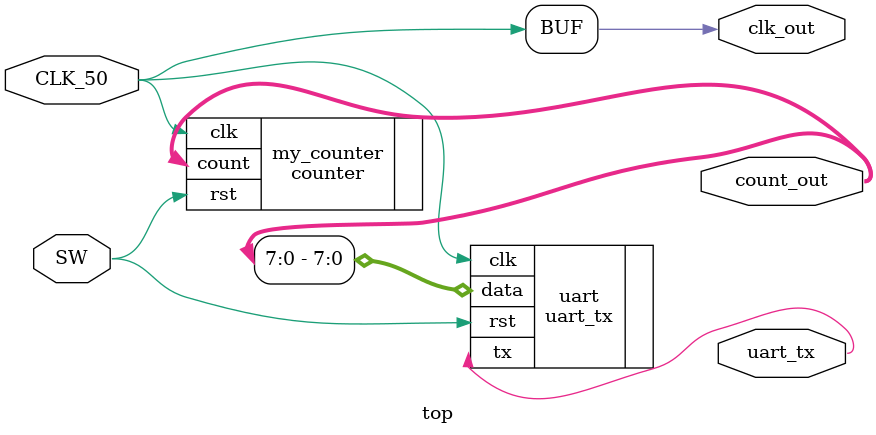
<source format=v>
module top (
    input CLK_50,
    input [0:0] SW,
    output [16:0] count_out,
    output clk_out,
    output uart_tx
);

    counter my_counter (
        .clk(CLK_50),
        .rst(SW),
        .count(count_out)
    );

    uart_tx uart (
        .clk(CLK_50),
        .rst(SW),
        .data(count_out[7:0]),
        .tx(uart_tx)
    );

    assign clk_out = CLK_50;
endmodule
</source>
